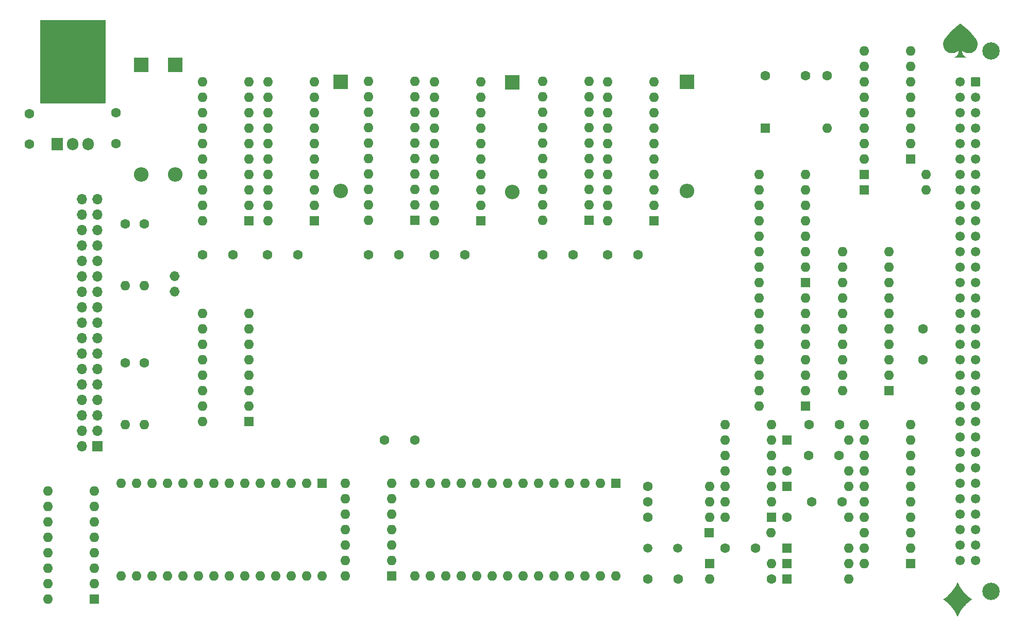
<source format=gbr>
%TF.GenerationSoftware,KiCad,Pcbnew,8.0.6+1*%
%TF.CreationDate,2024-11-11T13:47:47+01:00*%
%TF.ProjectId,ql_trump_v2_disk_interface,716c5f74-7275-46d7-905f-76325f646973,01*%
%TF.SameCoordinates,Original*%
%TF.FileFunction,Soldermask,Top*%
%TF.FilePolarity,Negative*%
%FSLAX46Y46*%
G04 Gerber Fmt 4.6, Leading zero omitted, Abs format (unit mm)*
G04 Created by KiCad (PCBNEW 8.0.6+1) date 2024-11-11 13:47:47*
%MOMM*%
%LPD*%
G01*
G04 APERTURE LIST*
G04 Aperture macros list*
%AMRoundRect*
0 Rectangle with rounded corners*
0 $1 Rounding radius*
0 $2 $3 $4 $5 $6 $7 $8 $9 X,Y pos of 4 corners*
0 Add a 4 corners polygon primitive as box body*
4,1,4,$2,$3,$4,$5,$6,$7,$8,$9,$2,$3,0*
0 Add four circle primitives for the rounded corners*
1,1,$1+$1,$2,$3*
1,1,$1+$1,$4,$5*
1,1,$1+$1,$6,$7*
1,1,$1+$1,$8,$9*
0 Add four rect primitives between the rounded corners*
20,1,$1+$1,$2,$3,$4,$5,0*
20,1,$1+$1,$4,$5,$6,$7,0*
20,1,$1+$1,$6,$7,$8,$9,0*
20,1,$1+$1,$8,$9,$2,$3,0*%
G04 Aperture macros list end*
%ADD10C,0.010000*%
%ADD11C,0.812000*%
%ADD12O,3.500000X3.500000*%
%ADD13R,1.905000X2.000000*%
%ADD14O,1.905000X2.000000*%
%ADD15R,1.600000X1.600000*%
%ADD16O,1.600000X1.600000*%
%ADD17C,1.600000*%
%ADD18R,2.400000X2.400000*%
%ADD19O,2.400000X2.400000*%
%ADD20C,2.850000*%
%ADD21RoundRect,0.249999X-0.525001X0.525001X-0.525001X-0.525001X0.525001X-0.525001X0.525001X0.525001X0*%
%ADD22C,1.550000*%
%ADD23C,1.500000*%
%ADD24R,1.700000X1.700000*%
%ADD25O,1.700000X1.700000*%
G04 APERTURE END LIST*
D10*
X193365160Y-136864966D02*
X193365363Y-136865210D01*
X193365566Y-136865463D01*
X193365768Y-136865723D01*
X193366174Y-136866259D01*
X193366580Y-136866807D01*
X193368907Y-136874136D01*
X193372086Y-136882527D01*
X193376170Y-136892182D01*
X193381212Y-136903306D01*
X193394383Y-136930768D01*
X193412027Y-136966538D01*
X193463770Y-137069922D01*
X193535455Y-137208314D01*
X193578526Y-137288488D01*
X193626281Y-137374835D01*
X193678621Y-137466494D01*
X193735446Y-137562607D01*
X193796683Y-137662352D01*
X193862355Y-137765292D01*
X193932503Y-137871003D01*
X194007167Y-137979066D01*
X194086390Y-138089056D01*
X194170211Y-138200553D01*
X194258671Y-138313134D01*
X194351813Y-138426377D01*
X194449416Y-138539719D01*
X194550247Y-138652054D01*
X194652824Y-138762147D01*
X194755667Y-138868760D01*
X194857295Y-138970658D01*
X194956226Y-139066605D01*
X195050980Y-139155366D01*
X195140075Y-139235703D01*
X195182058Y-139272342D01*
X195222248Y-139306641D01*
X195260645Y-139338681D01*
X195297249Y-139368540D01*
X195332063Y-139396297D01*
X195365086Y-139422031D01*
X195425765Y-139467744D01*
X195479291Y-139506309D01*
X195525672Y-139538359D01*
X195564914Y-139564524D01*
X195597023Y-139585435D01*
X195617771Y-139598734D01*
X195626804Y-139604384D01*
X195635135Y-139609437D01*
X195642909Y-139613946D01*
X195650270Y-139617964D01*
X195657362Y-139621545D01*
X195660852Y-139623188D01*
X195664329Y-139624741D01*
X195657363Y-139627902D01*
X195650271Y-139631466D01*
X195642911Y-139635483D01*
X195635137Y-139640000D01*
X195626805Y-139645066D01*
X195617772Y-139650731D01*
X195597023Y-139664048D01*
X195525673Y-139711108D01*
X195479292Y-139743147D01*
X195425765Y-139781708D01*
X195365087Y-139827428D01*
X195297250Y-139880942D01*
X195222248Y-139942888D01*
X195140075Y-140013901D01*
X195050980Y-140094234D01*
X194956226Y-140182980D01*
X194857295Y-140278908D01*
X194755667Y-140380784D01*
X194652824Y-140487374D01*
X194550247Y-140597447D01*
X194449416Y-140709768D01*
X194351813Y-140823105D01*
X194258671Y-140936384D01*
X194170210Y-141048981D01*
X194086389Y-141160480D01*
X194007167Y-141270463D01*
X193932502Y-141378511D01*
X193862355Y-141484208D01*
X193796683Y-141587135D01*
X193735446Y-141686875D01*
X193678621Y-141782988D01*
X193626281Y-141874648D01*
X193578526Y-141960995D01*
X193535455Y-142041169D01*
X193497170Y-142114311D01*
X193463770Y-142179560D01*
X193412027Y-142282944D01*
X193394385Y-142318663D01*
X193387266Y-142333329D01*
X193381212Y-142346131D01*
X193376169Y-142357268D01*
X193372084Y-142366938D01*
X193370385Y-142371286D01*
X193368906Y-142375341D01*
X193367639Y-142379130D01*
X193366580Y-142382676D01*
X193364957Y-142384751D01*
X193363334Y-142382676D01*
X193360998Y-142375341D01*
X193357815Y-142366938D01*
X193353732Y-142357268D01*
X193348691Y-142346131D01*
X193335518Y-142318663D01*
X193317852Y-142282944D01*
X193266108Y-142179560D01*
X193194423Y-142041169D01*
X193151353Y-141960995D01*
X193103598Y-141874648D01*
X193051258Y-141782988D01*
X192994434Y-141686875D01*
X192933198Y-141587135D01*
X192867530Y-141484208D01*
X192797387Y-141378511D01*
X192722729Y-141270463D01*
X192643512Y-141160480D01*
X192559696Y-141048981D01*
X192471239Y-140936384D01*
X192378099Y-140823105D01*
X192280485Y-140709768D01*
X192179647Y-140597447D01*
X192077065Y-140487374D01*
X191974221Y-140380784D01*
X191872595Y-140278908D01*
X191773668Y-140182980D01*
X191678922Y-140094234D01*
X191589837Y-140013901D01*
X191547848Y-139977221D01*
X191507654Y-139942888D01*
X191469255Y-139910821D01*
X191432648Y-139880942D01*
X191397833Y-139853171D01*
X191364810Y-139827428D01*
X191304131Y-139781708D01*
X191250605Y-139743147D01*
X191204222Y-139711108D01*
X191164975Y-139684954D01*
X191132856Y-139664048D01*
X191112111Y-139650731D01*
X191103081Y-139645066D01*
X191094752Y-139640000D01*
X191086980Y-139635483D01*
X191079620Y-139631466D01*
X191076048Y-139629631D01*
X191072525Y-139627902D01*
X191069031Y-139626274D01*
X191065550Y-139624741D01*
X191072526Y-139621545D01*
X191079622Y-139617964D01*
X191086983Y-139613946D01*
X191094755Y-139609437D01*
X191103083Y-139604384D01*
X191112112Y-139598734D01*
X191132856Y-139585435D01*
X191204222Y-139538359D01*
X191250605Y-139506309D01*
X191304132Y-139467744D01*
X191364810Y-139422031D01*
X191432649Y-139368540D01*
X191507655Y-139306641D01*
X191589837Y-139235703D01*
X191678922Y-139155366D01*
X191773668Y-139066605D01*
X191872595Y-138970658D01*
X191974221Y-138868760D01*
X192077065Y-138762147D01*
X192179647Y-138652054D01*
X192280485Y-138539719D01*
X192378099Y-138426377D01*
X192471239Y-138313134D01*
X192559696Y-138200553D01*
X192643512Y-138089056D01*
X192722728Y-137979066D01*
X192797387Y-137871003D01*
X192867530Y-137765292D01*
X192933198Y-137662352D01*
X192994434Y-137562607D01*
X193051258Y-137466494D01*
X193103598Y-137374835D01*
X193151353Y-137288488D01*
X193194423Y-137208314D01*
X193232708Y-137135172D01*
X193266108Y-137069922D01*
X193317852Y-136966538D01*
X193335522Y-136930768D01*
X193342644Y-136916100D01*
X193348698Y-136903306D01*
X193353738Y-136892182D01*
X193357821Y-136882527D01*
X193359521Y-136878186D01*
X193361001Y-136874136D01*
X193362270Y-136870351D01*
X193363334Y-136866807D01*
X193363740Y-136866259D01*
X193364145Y-136865723D01*
X193364348Y-136865463D01*
X193364551Y-136865210D01*
X193364754Y-136864966D01*
X193364957Y-136864731D01*
X193365160Y-136864966D01*
G36*
X193365160Y-136864966D02*
G01*
X193365363Y-136865210D01*
X193365566Y-136865463D01*
X193365768Y-136865723D01*
X193366174Y-136866259D01*
X193366580Y-136866807D01*
X193368907Y-136874136D01*
X193372086Y-136882527D01*
X193376170Y-136892182D01*
X193381212Y-136903306D01*
X193394383Y-136930768D01*
X193412027Y-136966538D01*
X193463770Y-137069922D01*
X193535455Y-137208314D01*
X193578526Y-137288488D01*
X193626281Y-137374835D01*
X193678621Y-137466494D01*
X193735446Y-137562607D01*
X193796683Y-137662352D01*
X193862355Y-137765292D01*
X193932503Y-137871003D01*
X194007167Y-137979066D01*
X194086390Y-138089056D01*
X194170211Y-138200553D01*
X194258671Y-138313134D01*
X194351813Y-138426377D01*
X194449416Y-138539719D01*
X194550247Y-138652054D01*
X194652824Y-138762147D01*
X194755667Y-138868760D01*
X194857295Y-138970658D01*
X194956226Y-139066605D01*
X195050980Y-139155366D01*
X195140075Y-139235703D01*
X195182058Y-139272342D01*
X195222248Y-139306641D01*
X195260645Y-139338681D01*
X195297249Y-139368540D01*
X195332063Y-139396297D01*
X195365086Y-139422031D01*
X195425765Y-139467744D01*
X195479291Y-139506309D01*
X195525672Y-139538359D01*
X195564914Y-139564524D01*
X195597023Y-139585435D01*
X195617771Y-139598734D01*
X195626804Y-139604384D01*
X195635135Y-139609437D01*
X195642909Y-139613946D01*
X195650270Y-139617964D01*
X195657362Y-139621545D01*
X195660852Y-139623188D01*
X195664329Y-139624741D01*
X195657363Y-139627902D01*
X195650271Y-139631466D01*
X195642911Y-139635483D01*
X195635137Y-139640000D01*
X195626805Y-139645066D01*
X195617772Y-139650731D01*
X195597023Y-139664048D01*
X195525673Y-139711108D01*
X195479292Y-139743147D01*
X195425765Y-139781708D01*
X195365087Y-139827428D01*
X195297250Y-139880942D01*
X195222248Y-139942888D01*
X195140075Y-140013901D01*
X195050980Y-140094234D01*
X194956226Y-140182980D01*
X194857295Y-140278908D01*
X194755667Y-140380784D01*
X194652824Y-140487374D01*
X194550247Y-140597447D01*
X194449416Y-140709768D01*
X194351813Y-140823105D01*
X194258671Y-140936384D01*
X194170210Y-141048981D01*
X194086389Y-141160480D01*
X194007167Y-141270463D01*
X193932502Y-141378511D01*
X193862355Y-141484208D01*
X193796683Y-141587135D01*
X193735446Y-141686875D01*
X193678621Y-141782988D01*
X193626281Y-141874648D01*
X193578526Y-141960995D01*
X193535455Y-142041169D01*
X193497170Y-142114311D01*
X193463770Y-142179560D01*
X193412027Y-142282944D01*
X193394385Y-142318663D01*
X193387266Y-142333329D01*
X193381212Y-142346131D01*
X193376169Y-142357268D01*
X193372084Y-142366938D01*
X193370385Y-142371286D01*
X193368906Y-142375341D01*
X193367639Y-142379130D01*
X193366580Y-142382676D01*
X193364957Y-142384751D01*
X193363334Y-142382676D01*
X193360998Y-142375341D01*
X193357815Y-142366938D01*
X193353732Y-142357268D01*
X193348691Y-142346131D01*
X193335518Y-142318663D01*
X193317852Y-142282944D01*
X193266108Y-142179560D01*
X193194423Y-142041169D01*
X193151353Y-141960995D01*
X193103598Y-141874648D01*
X193051258Y-141782988D01*
X192994434Y-141686875D01*
X192933198Y-141587135D01*
X192867530Y-141484208D01*
X192797387Y-141378511D01*
X192722729Y-141270463D01*
X192643512Y-141160480D01*
X192559696Y-141048981D01*
X192471239Y-140936384D01*
X192378099Y-140823105D01*
X192280485Y-140709768D01*
X192179647Y-140597447D01*
X192077065Y-140487374D01*
X191974221Y-140380784D01*
X191872595Y-140278908D01*
X191773668Y-140182980D01*
X191678922Y-140094234D01*
X191589837Y-140013901D01*
X191547848Y-139977221D01*
X191507654Y-139942888D01*
X191469255Y-139910821D01*
X191432648Y-139880942D01*
X191397833Y-139853171D01*
X191364810Y-139827428D01*
X191304131Y-139781708D01*
X191250605Y-139743147D01*
X191204222Y-139711108D01*
X191164975Y-139684954D01*
X191132856Y-139664048D01*
X191112111Y-139650731D01*
X191103081Y-139645066D01*
X191094752Y-139640000D01*
X191086980Y-139635483D01*
X191079620Y-139631466D01*
X191076048Y-139629631D01*
X191072525Y-139627902D01*
X191069031Y-139626274D01*
X191065550Y-139624741D01*
X191072526Y-139621545D01*
X191079622Y-139617964D01*
X191086983Y-139613946D01*
X191094755Y-139609437D01*
X191103083Y-139604384D01*
X191112112Y-139598734D01*
X191132856Y-139585435D01*
X191204222Y-139538359D01*
X191250605Y-139506309D01*
X191304132Y-139467744D01*
X191364810Y-139422031D01*
X191432649Y-139368540D01*
X191507655Y-139306641D01*
X191589837Y-139235703D01*
X191678922Y-139155366D01*
X191773668Y-139066605D01*
X191872595Y-138970658D01*
X191974221Y-138868760D01*
X192077065Y-138762147D01*
X192179647Y-138652054D01*
X192280485Y-138539719D01*
X192378099Y-138426377D01*
X192471239Y-138313134D01*
X192559696Y-138200553D01*
X192643512Y-138089056D01*
X192722728Y-137979066D01*
X192797387Y-137871003D01*
X192867530Y-137765292D01*
X192933198Y-137662352D01*
X192994434Y-137562607D01*
X193051258Y-137466494D01*
X193103598Y-137374835D01*
X193151353Y-137288488D01*
X193194423Y-137208314D01*
X193232708Y-137135172D01*
X193266108Y-137069922D01*
X193317852Y-136966538D01*
X193335522Y-136930768D01*
X193342644Y-136916100D01*
X193348698Y-136903306D01*
X193353738Y-136892182D01*
X193357821Y-136882527D01*
X193359521Y-136878186D01*
X193361001Y-136874136D01*
X193362270Y-136870351D01*
X193363334Y-136866807D01*
X193363740Y-136866259D01*
X193364145Y-136865723D01*
X193364348Y-136865463D01*
X193364551Y-136865210D01*
X193364754Y-136864966D01*
X193364957Y-136864731D01*
X193365160Y-136864966D01*
G37*
D11*
X65176000Y-89027000D02*
G75*
G02*
X64364000Y-89027000I-406000J0D01*
G01*
X64364000Y-89027000D02*
G75*
G02*
X65176000Y-89027000I406000J0D01*
G01*
D10*
X194041864Y-45110732D02*
X194265583Y-45294922D01*
X194495796Y-45489619D01*
X194614355Y-45592534D01*
X194735757Y-45700028D01*
X194860111Y-45812524D01*
X194986266Y-45928935D01*
X195112779Y-46047923D01*
X195238207Y-46168152D01*
X195361109Y-46288284D01*
X195480039Y-46406981D01*
X195593557Y-46522906D01*
X195700219Y-46634720D01*
X195798887Y-46741421D01*
X195889659Y-46843035D01*
X195972941Y-46939915D01*
X196049139Y-47032410D01*
X196118658Y-47120871D01*
X196181904Y-47205649D01*
X196239284Y-47287093D01*
X196291202Y-47365555D01*
X196315232Y-47403770D01*
X196338033Y-47441341D01*
X196359640Y-47478293D01*
X196380086Y-47514649D01*
X196399406Y-47550433D01*
X196417635Y-47585668D01*
X196434806Y-47620378D01*
X196450954Y-47654587D01*
X196466113Y-47688318D01*
X196480318Y-47721595D01*
X196506000Y-47786881D01*
X196528274Y-47850633D01*
X196547415Y-47913041D01*
X196563646Y-47974373D01*
X196570682Y-48004742D01*
X196576994Y-48034991D01*
X196582580Y-48065178D01*
X196587437Y-48095360D01*
X196591563Y-48125597D01*
X196594954Y-48155945D01*
X196597609Y-48186464D01*
X196599524Y-48217212D01*
X196600697Y-48248245D01*
X196601125Y-48279624D01*
X196600805Y-48311405D01*
X196599736Y-48343646D01*
X196597913Y-48376407D01*
X196595335Y-48409745D01*
X196587859Y-48478226D01*
X196577120Y-48548762D01*
X196570453Y-48584649D01*
X196562884Y-48620869D01*
X196554382Y-48657360D01*
X196544920Y-48694062D01*
X196534467Y-48730914D01*
X196522995Y-48767855D01*
X196510475Y-48804826D01*
X196496878Y-48841765D01*
X196482175Y-48878612D01*
X196466336Y-48915305D01*
X196449333Y-48951786D01*
X196431137Y-48987992D01*
X196411732Y-49023819D01*
X196391153Y-49059258D01*
X196369446Y-49094249D01*
X196346658Y-49128737D01*
X196322832Y-49162663D01*
X196298016Y-49195970D01*
X196272255Y-49228601D01*
X196245594Y-49260499D01*
X196218079Y-49291605D01*
X196189756Y-49321863D01*
X196160670Y-49351214D01*
X196130868Y-49379603D01*
X196100394Y-49406971D01*
X196069295Y-49433261D01*
X196037616Y-49458415D01*
X196005403Y-49482377D01*
X195972691Y-49505078D01*
X195939508Y-49526552D01*
X195905869Y-49546819D01*
X195871787Y-49565903D01*
X195837278Y-49583826D01*
X195802355Y-49600608D01*
X195767034Y-49616274D01*
X195731328Y-49630845D01*
X195695252Y-49644342D01*
X195658820Y-49656789D01*
X195622047Y-49668208D01*
X195584947Y-49678620D01*
X195547534Y-49688048D01*
X195509824Y-49696514D01*
X195471829Y-49704040D01*
X195433566Y-49710648D01*
X195395042Y-49716376D01*
X195356284Y-49721182D01*
X195317311Y-49725040D01*
X195278142Y-49727923D01*
X195238795Y-49729806D01*
X195199290Y-49730662D01*
X195159647Y-49730464D01*
X195119883Y-49729188D01*
X195080019Y-49726805D01*
X195040072Y-49723290D01*
X195000063Y-49718617D01*
X194960011Y-49712760D01*
X194919933Y-49705691D01*
X194879851Y-49697385D01*
X194839782Y-49687816D01*
X194799745Y-49676957D01*
X194759768Y-49664771D01*
X194719911Y-49651306D01*
X194680243Y-49636594D01*
X194640830Y-49620665D01*
X194601740Y-49603551D01*
X194563042Y-49585283D01*
X194524802Y-49565893D01*
X194487090Y-49545411D01*
X194449971Y-49523869D01*
X194413515Y-49501298D01*
X194377789Y-49477730D01*
X194342860Y-49453196D01*
X194308797Y-49427727D01*
X194275667Y-49401355D01*
X194243538Y-49374110D01*
X194212478Y-49346024D01*
X194190237Y-49324763D01*
X194168608Y-49303105D01*
X194147559Y-49281063D01*
X194127058Y-49258652D01*
X194107070Y-49235887D01*
X194087565Y-49212781D01*
X194068509Y-49189348D01*
X194049869Y-49165604D01*
X194054078Y-49250763D01*
X194058592Y-49331620D01*
X194063777Y-49408814D01*
X194069999Y-49482987D01*
X194074640Y-49529050D01*
X194079946Y-49574751D01*
X194086015Y-49619923D01*
X194092946Y-49664399D01*
X194100837Y-49708010D01*
X194109787Y-49750590D01*
X194119895Y-49791971D01*
X194131258Y-49831986D01*
X194137441Y-49851415D01*
X194143975Y-49870489D01*
X194150871Y-49889234D01*
X194158142Y-49907675D01*
X194165801Y-49925838D01*
X194173859Y-49943748D01*
X194182329Y-49961431D01*
X194191224Y-49978913D01*
X194200556Y-49996218D01*
X194210336Y-50013374D01*
X194220578Y-50030404D01*
X194231294Y-50047335D01*
X194242497Y-50064193D01*
X194254197Y-50081002D01*
X194266409Y-50097789D01*
X194279144Y-50114579D01*
X194292411Y-50131407D01*
X194306168Y-50148220D01*
X194320373Y-50164973D01*
X194334983Y-50181626D01*
X194349956Y-50198136D01*
X194365249Y-50214460D01*
X194380819Y-50230557D01*
X194396625Y-50246384D01*
X194412622Y-50261900D01*
X194428769Y-50277061D01*
X194445024Y-50291826D01*
X194461342Y-50306153D01*
X194477683Y-50319999D01*
X194494002Y-50333322D01*
X194510259Y-50346080D01*
X194526409Y-50358231D01*
X194542409Y-50369743D01*
X194558210Y-50380623D01*
X194573763Y-50390885D01*
X194589021Y-50400544D01*
X194603933Y-50409613D01*
X194618452Y-50418107D01*
X194632529Y-50426040D01*
X194646114Y-50433426D01*
X194671617Y-50446618D01*
X194694572Y-50457795D01*
X194714589Y-50467072D01*
X194731278Y-50474564D01*
X194743841Y-50480404D01*
X194747843Y-50482761D01*
X194749856Y-50484774D01*
X194750005Y-50485660D01*
X194749524Y-50486468D01*
X194746494Y-50487866D01*
X194740414Y-50488991D01*
X194730930Y-50489869D01*
X194700334Y-50490973D01*
X194651878Y-50491370D01*
X194490079Y-50490799D01*
X193821383Y-50487992D01*
X193152680Y-50490799D01*
X193060029Y-50491248D01*
X193022698Y-50491362D01*
X192990891Y-50491370D01*
X192964255Y-50491248D01*
X192942437Y-50490973D01*
X192925084Y-50490521D01*
X192917971Y-50490222D01*
X192911842Y-50489869D01*
X192906652Y-50489460D01*
X192902357Y-50488991D01*
X192898913Y-50488461D01*
X192896276Y-50487866D01*
X192894402Y-50487202D01*
X192893737Y-50486844D01*
X192893246Y-50486468D01*
X192892924Y-50486073D01*
X192892765Y-50485660D01*
X192892763Y-50485227D01*
X192892914Y-50484774D01*
X192893210Y-50484302D01*
X192893648Y-50483809D01*
X192894925Y-50482761D01*
X192896699Y-50481627D01*
X192898927Y-50480404D01*
X192904566Y-50477679D01*
X192911488Y-50474564D01*
X192948189Y-50457795D01*
X192971142Y-50446618D01*
X192996643Y-50433426D01*
X193024304Y-50418107D01*
X193053736Y-50400544D01*
X193068994Y-50390885D01*
X193084548Y-50380623D01*
X193100351Y-50369743D01*
X193116352Y-50358231D01*
X193132503Y-50346080D01*
X193148761Y-50333322D01*
X193165081Y-50319999D01*
X193181423Y-50306153D01*
X193197742Y-50291826D01*
X193213997Y-50277061D01*
X193246142Y-50246384D01*
X193277517Y-50214460D01*
X193292809Y-50198136D01*
X193307781Y-50181626D01*
X193322389Y-50164973D01*
X193336592Y-50148220D01*
X193350346Y-50131407D01*
X193363609Y-50114579D01*
X193376346Y-50097789D01*
X193388560Y-50081002D01*
X193400263Y-50064193D01*
X193411467Y-50047335D01*
X193422184Y-50030404D01*
X193432428Y-50013374D01*
X193442210Y-49996218D01*
X193451542Y-49978913D01*
X193460437Y-49961431D01*
X193468908Y-49943748D01*
X193476967Y-49925838D01*
X193484626Y-49907675D01*
X193491897Y-49889234D01*
X193498793Y-49870489D01*
X193505326Y-49851415D01*
X193511509Y-49831986D01*
X193522873Y-49791971D01*
X193532980Y-49750590D01*
X193541931Y-49708010D01*
X193549822Y-49664399D01*
X193556753Y-49619923D01*
X193562822Y-49574751D01*
X193568127Y-49529050D01*
X193572766Y-49482987D01*
X193578984Y-49408814D01*
X193584163Y-49331620D01*
X193588675Y-49250763D01*
X193592895Y-49165604D01*
X193574250Y-49189313D01*
X193555187Y-49212729D01*
X193535676Y-49235833D01*
X193515683Y-49258606D01*
X193495176Y-49281031D01*
X193474122Y-49303088D01*
X193452489Y-49324758D01*
X193430245Y-49346024D01*
X193399182Y-49374110D01*
X193367051Y-49401355D01*
X193333918Y-49427727D01*
X193299852Y-49453196D01*
X193264920Y-49477730D01*
X193229190Y-49501298D01*
X193192730Y-49523869D01*
X193155608Y-49545411D01*
X193117892Y-49565893D01*
X193079649Y-49585283D01*
X193040948Y-49603551D01*
X193001856Y-49620665D01*
X192962441Y-49636594D01*
X192922771Y-49651306D01*
X192882913Y-49664771D01*
X192842937Y-49676957D01*
X192792884Y-49690315D01*
X192742788Y-49701674D01*
X192692686Y-49711085D01*
X192642615Y-49718598D01*
X192592613Y-49724263D01*
X192542717Y-49728129D01*
X192492964Y-49730247D01*
X192443392Y-49730668D01*
X192413752Y-49730143D01*
X192384200Y-49729033D01*
X192354745Y-49727348D01*
X192325392Y-49725098D01*
X192296151Y-49722293D01*
X192267027Y-49718943D01*
X192238029Y-49715058D01*
X192209164Y-49710648D01*
X192170898Y-49704040D01*
X192132900Y-49696514D01*
X192095186Y-49688048D01*
X192057768Y-49678620D01*
X192020664Y-49668208D01*
X191983886Y-49656789D01*
X191947449Y-49644342D01*
X191911368Y-49630845D01*
X191875658Y-49616274D01*
X191840333Y-49600608D01*
X191805407Y-49583826D01*
X191770896Y-49565903D01*
X191736813Y-49546819D01*
X191703174Y-49526552D01*
X191669993Y-49505078D01*
X191637284Y-49482377D01*
X191605068Y-49458415D01*
X191573387Y-49433261D01*
X191542286Y-49406971D01*
X191511810Y-49379603D01*
X191482006Y-49351214D01*
X191452919Y-49321863D01*
X191424595Y-49291605D01*
X191397079Y-49260499D01*
X191370418Y-49228601D01*
X191344656Y-49195970D01*
X191319840Y-49162663D01*
X191296016Y-49128737D01*
X191273228Y-49094249D01*
X191251523Y-49059258D01*
X191230946Y-49023819D01*
X191211543Y-48987992D01*
X191193348Y-48951786D01*
X191176346Y-48915305D01*
X191160508Y-48878612D01*
X191145804Y-48841765D01*
X191132206Y-48804826D01*
X191119684Y-48767855D01*
X191108211Y-48730914D01*
X191097758Y-48694062D01*
X191088294Y-48657360D01*
X191079792Y-48620869D01*
X191072223Y-48584649D01*
X191065557Y-48548762D01*
X191054821Y-48478226D01*
X191047354Y-48409745D01*
X191044778Y-48376407D01*
X191042959Y-48343646D01*
X191041894Y-48311405D01*
X191041579Y-48279624D01*
X191042013Y-48248245D01*
X191043191Y-48217212D01*
X191045112Y-48186464D01*
X191047772Y-48155945D01*
X191051168Y-48125597D01*
X191055298Y-48095360D01*
X191060158Y-48065178D01*
X191065745Y-48034991D01*
X191072058Y-48004742D01*
X191079092Y-47974373D01*
X191095313Y-47913041D01*
X191114449Y-47850633D01*
X191136715Y-47786881D01*
X191162388Y-47721595D01*
X191191742Y-47654587D01*
X191225053Y-47585668D01*
X191262596Y-47514649D01*
X191304647Y-47441341D01*
X191351481Y-47365555D01*
X191403394Y-47287093D01*
X191460770Y-47205649D01*
X191524014Y-47120871D01*
X191593532Y-47032410D01*
X191669729Y-46939915D01*
X191753011Y-46843035D01*
X191843783Y-46741421D01*
X191942452Y-46634720D01*
X192049116Y-46522906D01*
X192162640Y-46406981D01*
X192281580Y-46288284D01*
X192404492Y-46168152D01*
X192529930Y-46047923D01*
X192656450Y-45928935D01*
X192782608Y-45812524D01*
X192906959Y-45700028D01*
X193028367Y-45592534D01*
X193146933Y-45489619D01*
X193263063Y-45390632D01*
X193377162Y-45294922D01*
X193600894Y-45110732D01*
X193821375Y-44931840D01*
X193821390Y-44931840D01*
X194041864Y-45110732D01*
G36*
X194041864Y-45110732D02*
G01*
X194265583Y-45294922D01*
X194495796Y-45489619D01*
X194614355Y-45592534D01*
X194735757Y-45700028D01*
X194860111Y-45812524D01*
X194986266Y-45928935D01*
X195112779Y-46047923D01*
X195238207Y-46168152D01*
X195361109Y-46288284D01*
X195480039Y-46406981D01*
X195593557Y-46522906D01*
X195700219Y-46634720D01*
X195798887Y-46741421D01*
X195889659Y-46843035D01*
X195972941Y-46939915D01*
X196049139Y-47032410D01*
X196118658Y-47120871D01*
X196181904Y-47205649D01*
X196239284Y-47287093D01*
X196291202Y-47365555D01*
X196315232Y-47403770D01*
X196338033Y-47441341D01*
X196359640Y-47478293D01*
X196380086Y-47514649D01*
X196399406Y-47550433D01*
X196417635Y-47585668D01*
X196434806Y-47620378D01*
X196450954Y-47654587D01*
X196466113Y-47688318D01*
X196480318Y-47721595D01*
X196506000Y-47786881D01*
X196528274Y-47850633D01*
X196547415Y-47913041D01*
X196563646Y-47974373D01*
X196570682Y-48004742D01*
X196576994Y-48034991D01*
X196582580Y-48065178D01*
X196587437Y-48095360D01*
X196591563Y-48125597D01*
X196594954Y-48155945D01*
X196597609Y-48186464D01*
X196599524Y-48217212D01*
X196600697Y-48248245D01*
X196601125Y-48279624D01*
X196600805Y-48311405D01*
X196599736Y-48343646D01*
X196597913Y-48376407D01*
X196595335Y-48409745D01*
X196587859Y-48478226D01*
X196577120Y-48548762D01*
X196570453Y-48584649D01*
X196562884Y-48620869D01*
X196554382Y-48657360D01*
X196544920Y-48694062D01*
X196534467Y-48730914D01*
X196522995Y-48767855D01*
X196510475Y-48804826D01*
X196496878Y-48841765D01*
X196482175Y-48878612D01*
X196466336Y-48915305D01*
X196449333Y-48951786D01*
X196431137Y-48987992D01*
X196411732Y-49023819D01*
X196391153Y-49059258D01*
X196369446Y-49094249D01*
X196346658Y-49128737D01*
X196322832Y-49162663D01*
X196298016Y-49195970D01*
X196272255Y-49228601D01*
X196245594Y-49260499D01*
X196218079Y-49291605D01*
X196189756Y-49321863D01*
X196160670Y-49351214D01*
X196130868Y-49379603D01*
X196100394Y-49406971D01*
X196069295Y-49433261D01*
X196037616Y-49458415D01*
X196005403Y-49482377D01*
X195972691Y-49505078D01*
X195939508Y-49526552D01*
X195905869Y-49546819D01*
X195871787Y-49565903D01*
X195837278Y-49583826D01*
X195802355Y-49600608D01*
X195767034Y-49616274D01*
X195731328Y-49630845D01*
X195695252Y-49644342D01*
X195658820Y-49656789D01*
X195622047Y-49668208D01*
X195584947Y-49678620D01*
X195547534Y-49688048D01*
X195509824Y-49696514D01*
X195471829Y-49704040D01*
X195433566Y-49710648D01*
X195395042Y-49716376D01*
X195356284Y-49721182D01*
X195317311Y-49725040D01*
X195278142Y-49727923D01*
X195238795Y-49729806D01*
X195199290Y-49730662D01*
X195159647Y-49730464D01*
X195119883Y-49729188D01*
X195080019Y-49726805D01*
X195040072Y-49723290D01*
X195000063Y-49718617D01*
X194960011Y-49712760D01*
X194919933Y-49705691D01*
X194879851Y-49697385D01*
X194839782Y-49687816D01*
X194799745Y-49676957D01*
X194759768Y-49664771D01*
X194719911Y-49651306D01*
X194680243Y-49636594D01*
X194640830Y-49620665D01*
X194601740Y-49603551D01*
X194563042Y-49585283D01*
X194524802Y-49565893D01*
X194487090Y-49545411D01*
X194449971Y-49523869D01*
X194413515Y-49501298D01*
X194377789Y-49477730D01*
X194342860Y-49453196D01*
X194308797Y-49427727D01*
X194275667Y-49401355D01*
X194243538Y-49374110D01*
X194212478Y-49346024D01*
X194190237Y-49324763D01*
X194168608Y-49303105D01*
X194147559Y-49281063D01*
X194127058Y-49258652D01*
X194107070Y-49235887D01*
X194087565Y-49212781D01*
X194068509Y-49189348D01*
X194049869Y-49165604D01*
X194054078Y-49250763D01*
X194058592Y-49331620D01*
X194063777Y-49408814D01*
X194069999Y-49482987D01*
X194074640Y-49529050D01*
X194079946Y-49574751D01*
X194086015Y-49619923D01*
X194092946Y-49664399D01*
X194100837Y-49708010D01*
X194109787Y-49750590D01*
X194119895Y-49791971D01*
X194131258Y-49831986D01*
X194137441Y-49851415D01*
X194143975Y-49870489D01*
X194150871Y-49889234D01*
X194158142Y-49907675D01*
X194165801Y-49925838D01*
X194173859Y-49943748D01*
X194182329Y-49961431D01*
X194191224Y-49978913D01*
X194200556Y-49996218D01*
X194210336Y-50013374D01*
X194220578Y-50030404D01*
X194231294Y-50047335D01*
X194242497Y-50064193D01*
X194254197Y-50081002D01*
X194266409Y-50097789D01*
X194279144Y-50114579D01*
X194292411Y-50131407D01*
X194306168Y-50148220D01*
X194320373Y-50164973D01*
X194334983Y-50181626D01*
X194349956Y-50198136D01*
X194365249Y-50214460D01*
X194380819Y-50230557D01*
X194396625Y-50246384D01*
X194412622Y-50261900D01*
X194428769Y-50277061D01*
X194445024Y-50291826D01*
X194461342Y-50306153D01*
X194477683Y-50319999D01*
X194494002Y-50333322D01*
X194510259Y-50346080D01*
X194526409Y-50358231D01*
X194542409Y-50369743D01*
X194558210Y-50380623D01*
X194573763Y-50390885D01*
X194589021Y-50400544D01*
X194603933Y-50409613D01*
X194618452Y-50418107D01*
X194632529Y-50426040D01*
X194646114Y-50433426D01*
X194671617Y-50446618D01*
X194694572Y-50457795D01*
X194714589Y-50467072D01*
X194731278Y-50474564D01*
X194743841Y-50480404D01*
X194747843Y-50482761D01*
X194749856Y-50484774D01*
X194750005Y-50485660D01*
X194749524Y-50486468D01*
X194746494Y-50487866D01*
X194740414Y-50488991D01*
X194730930Y-50489869D01*
X194700334Y-50490973D01*
X194651878Y-50491370D01*
X194490079Y-50490799D01*
X193821383Y-50487992D01*
X193152680Y-50490799D01*
X193060029Y-50491248D01*
X193022698Y-50491362D01*
X192990891Y-50491370D01*
X192964255Y-50491248D01*
X192942437Y-50490973D01*
X192925084Y-50490521D01*
X192917971Y-50490222D01*
X192911842Y-50489869D01*
X192906652Y-50489460D01*
X192902357Y-50488991D01*
X192898913Y-50488461D01*
X192896276Y-50487866D01*
X192894402Y-50487202D01*
X192893737Y-50486844D01*
X192893246Y-50486468D01*
X192892924Y-50486073D01*
X192892765Y-50485660D01*
X192892763Y-50485227D01*
X192892914Y-50484774D01*
X192893210Y-50484302D01*
X192893648Y-50483809D01*
X192894925Y-50482761D01*
X192896699Y-50481627D01*
X192898927Y-50480404D01*
X192904566Y-50477679D01*
X192911488Y-50474564D01*
X192948189Y-50457795D01*
X192971142Y-50446618D01*
X192996643Y-50433426D01*
X193024304Y-50418107D01*
X193053736Y-50400544D01*
X193068994Y-50390885D01*
X193084548Y-50380623D01*
X193100351Y-50369743D01*
X193116352Y-50358231D01*
X193132503Y-50346080D01*
X193148761Y-50333322D01*
X193165081Y-50319999D01*
X193181423Y-50306153D01*
X193197742Y-50291826D01*
X193213997Y-50277061D01*
X193246142Y-50246384D01*
X193277517Y-50214460D01*
X193292809Y-50198136D01*
X193307781Y-50181626D01*
X193322389Y-50164973D01*
X193336592Y-50148220D01*
X193350346Y-50131407D01*
X193363609Y-50114579D01*
X193376346Y-50097789D01*
X193388560Y-50081002D01*
X193400263Y-50064193D01*
X193411467Y-50047335D01*
X193422184Y-50030404D01*
X193432428Y-50013374D01*
X193442210Y-49996218D01*
X193451542Y-49978913D01*
X193460437Y-49961431D01*
X193468908Y-49943748D01*
X193476967Y-49925838D01*
X193484626Y-49907675D01*
X193491897Y-49889234D01*
X193498793Y-49870489D01*
X193505326Y-49851415D01*
X193511509Y-49831986D01*
X193522873Y-49791971D01*
X193532980Y-49750590D01*
X193541931Y-49708010D01*
X193549822Y-49664399D01*
X193556753Y-49619923D01*
X193562822Y-49574751D01*
X193568127Y-49529050D01*
X193572766Y-49482987D01*
X193578984Y-49408814D01*
X193584163Y-49331620D01*
X193588675Y-49250763D01*
X193592895Y-49165604D01*
X193574250Y-49189313D01*
X193555187Y-49212729D01*
X193535676Y-49235833D01*
X193515683Y-49258606D01*
X193495176Y-49281031D01*
X193474122Y-49303088D01*
X193452489Y-49324758D01*
X193430245Y-49346024D01*
X193399182Y-49374110D01*
X193367051Y-49401355D01*
X193333918Y-49427727D01*
X193299852Y-49453196D01*
X193264920Y-49477730D01*
X193229190Y-49501298D01*
X193192730Y-49523869D01*
X193155608Y-49545411D01*
X193117892Y-49565893D01*
X193079649Y-49585283D01*
X193040948Y-49603551D01*
X193001856Y-49620665D01*
X192962441Y-49636594D01*
X192922771Y-49651306D01*
X192882913Y-49664771D01*
X192842937Y-49676957D01*
X192792884Y-49690315D01*
X192742788Y-49701674D01*
X192692686Y-49711085D01*
X192642615Y-49718598D01*
X192592613Y-49724263D01*
X192542717Y-49728129D01*
X192492964Y-49730247D01*
X192443392Y-49730668D01*
X192413752Y-49730143D01*
X192384200Y-49729033D01*
X192354745Y-49727348D01*
X192325392Y-49725098D01*
X192296151Y-49722293D01*
X192267027Y-49718943D01*
X192238029Y-49715058D01*
X192209164Y-49710648D01*
X192170898Y-49704040D01*
X192132900Y-49696514D01*
X192095186Y-49688048D01*
X192057768Y-49678620D01*
X192020664Y-49668208D01*
X191983886Y-49656789D01*
X191947449Y-49644342D01*
X191911368Y-49630845D01*
X191875658Y-49616274D01*
X191840333Y-49600608D01*
X191805407Y-49583826D01*
X191770896Y-49565903D01*
X191736813Y-49546819D01*
X191703174Y-49526552D01*
X191669993Y-49505078D01*
X191637284Y-49482377D01*
X191605068Y-49458415D01*
X191573387Y-49433261D01*
X191542286Y-49406971D01*
X191511810Y-49379603D01*
X191482006Y-49351214D01*
X191452919Y-49321863D01*
X191424595Y-49291605D01*
X191397079Y-49260499D01*
X191370418Y-49228601D01*
X191344656Y-49195970D01*
X191319840Y-49162663D01*
X191296016Y-49128737D01*
X191273228Y-49094249D01*
X191251523Y-49059258D01*
X191230946Y-49023819D01*
X191211543Y-48987992D01*
X191193348Y-48951786D01*
X191176346Y-48915305D01*
X191160508Y-48878612D01*
X191145804Y-48841765D01*
X191132206Y-48804826D01*
X191119684Y-48767855D01*
X191108211Y-48730914D01*
X191097758Y-48694062D01*
X191088294Y-48657360D01*
X191079792Y-48620869D01*
X191072223Y-48584649D01*
X191065557Y-48548762D01*
X191054821Y-48478226D01*
X191047354Y-48409745D01*
X191044778Y-48376407D01*
X191042959Y-48343646D01*
X191041894Y-48311405D01*
X191041579Y-48279624D01*
X191042013Y-48248245D01*
X191043191Y-48217212D01*
X191045112Y-48186464D01*
X191047772Y-48155945D01*
X191051168Y-48125597D01*
X191055298Y-48095360D01*
X191060158Y-48065178D01*
X191065745Y-48034991D01*
X191072058Y-48004742D01*
X191079092Y-47974373D01*
X191095313Y-47913041D01*
X191114449Y-47850633D01*
X191136715Y-47786881D01*
X191162388Y-47721595D01*
X191191742Y-47654587D01*
X191225053Y-47585668D01*
X191262596Y-47514649D01*
X191304647Y-47441341D01*
X191351481Y-47365555D01*
X191403394Y-47287093D01*
X191460770Y-47205649D01*
X191524014Y-47120871D01*
X191593532Y-47032410D01*
X191669729Y-46939915D01*
X191753011Y-46843035D01*
X191843783Y-46741421D01*
X191942452Y-46634720D01*
X192049116Y-46522906D01*
X192162640Y-46406981D01*
X192281580Y-46288284D01*
X192404492Y-46168152D01*
X192529930Y-46047923D01*
X192656450Y-45928935D01*
X192782608Y-45812524D01*
X192906959Y-45700028D01*
X193028367Y-45592534D01*
X193146933Y-45489619D01*
X193263063Y-45390632D01*
X193377162Y-45294922D01*
X193600894Y-45110732D01*
X193821375Y-44931840D01*
X193821390Y-44931840D01*
X194041864Y-45110732D01*
G37*
D11*
X65176000Y-86487000D02*
G75*
G02*
X64364000Y-86487000I-406000J0D01*
G01*
X64364000Y-86487000D02*
G75*
G02*
X65176000Y-86487000I406000J0D01*
G01*
D12*
%TO.C,U18*%
X48006000Y-48133000D03*
D13*
X45466000Y-64793000D03*
D14*
X48006000Y-64793000D03*
X50546000Y-64793000D03*
%TD*%
D15*
%TO.C,U6*%
X168402000Y-87503000D03*
D16*
X168402000Y-84963000D03*
X168402000Y-82423000D03*
X168402000Y-79883000D03*
X168402000Y-77343000D03*
X168402000Y-74803000D03*
X168402000Y-72263000D03*
X168402000Y-69723000D03*
X160782000Y-69723000D03*
X160782000Y-72263000D03*
X160782000Y-74803000D03*
X160782000Y-77343000D03*
X160782000Y-79883000D03*
X160782000Y-82423000D03*
X160782000Y-84963000D03*
X160782000Y-87503000D03*
%TD*%
D17*
%TO.C,C3*%
X173910000Y-115951000D03*
X168910000Y-115951000D03*
%TD*%
%TO.C,C15*%
X40894000Y-59793000D03*
X40894000Y-64793000D03*
%TD*%
D18*
%TO.C,C25*%
X148982500Y-54483000D03*
D19*
X148982500Y-72483000D03*
%TD*%
D15*
%TO.C,U10*%
X104257000Y-77338000D03*
D16*
X104257000Y-74798000D03*
X104257000Y-72258000D03*
X104257000Y-69718000D03*
X104257000Y-67178000D03*
X104257000Y-64638000D03*
X104257000Y-62098000D03*
X104257000Y-59558000D03*
X104257000Y-57018000D03*
X104257000Y-54478000D03*
X96637000Y-54478000D03*
X96637000Y-57018000D03*
X96637000Y-59558000D03*
X96637000Y-62098000D03*
X96637000Y-64638000D03*
X96637000Y-67178000D03*
X96637000Y-69718000D03*
X96637000Y-72258000D03*
X96637000Y-74798000D03*
X96637000Y-77338000D03*
%TD*%
D17*
%TO.C,R4*%
X142494000Y-121031000D03*
D16*
X152654000Y-121031000D03*
%TD*%
D15*
%TO.C,U2*%
X182118000Y-105283000D03*
D16*
X182118000Y-102743000D03*
X182118000Y-100203000D03*
X182118000Y-97663000D03*
X182118000Y-95123000D03*
X182118000Y-92583000D03*
X182118000Y-90043000D03*
X182118000Y-87503000D03*
X182118000Y-84963000D03*
X182118000Y-82423000D03*
X174498000Y-82423000D03*
X174498000Y-84963000D03*
X174498000Y-87503000D03*
X174498000Y-90043000D03*
X174498000Y-92583000D03*
X174498000Y-95123000D03*
X174498000Y-97663000D03*
X174498000Y-100203000D03*
X174498000Y-102743000D03*
X174498000Y-105283000D03*
%TD*%
D15*
%TO.C,U7*%
X143510000Y-77343000D03*
D16*
X143510000Y-74803000D03*
X143510000Y-72263000D03*
X143510000Y-69723000D03*
X143510000Y-67183000D03*
X143510000Y-64643000D03*
X143510000Y-62103000D03*
X143510000Y-59563000D03*
X143510000Y-57023000D03*
X143510000Y-54483000D03*
X135890000Y-54483000D03*
X135890000Y-57023000D03*
X135890000Y-59563000D03*
X135890000Y-62103000D03*
X135890000Y-64643000D03*
X135890000Y-67183000D03*
X135890000Y-69723000D03*
X135890000Y-72263000D03*
X135890000Y-74803000D03*
X135890000Y-77343000D03*
%TD*%
D15*
%TO.C,U14*%
X137287000Y-120523000D03*
D16*
X134747000Y-120523000D03*
X132207000Y-120523000D03*
X129667000Y-120523000D03*
X127127000Y-120523000D03*
X124587000Y-120523000D03*
X122047000Y-120523000D03*
X119507000Y-120523000D03*
X116967000Y-120523000D03*
X114427000Y-120523000D03*
X111887000Y-120523000D03*
X109347000Y-120523000D03*
X106807000Y-120523000D03*
X104267000Y-120523000D03*
X104267000Y-135763000D03*
X106807000Y-135763000D03*
X109347000Y-135763000D03*
X111887000Y-135763000D03*
X114427000Y-135763000D03*
X116967000Y-135763000D03*
X119507000Y-135763000D03*
X122047000Y-135763000D03*
X124587000Y-135763000D03*
X127127000Y-135763000D03*
X129667000Y-135763000D03*
X132207000Y-135763000D03*
X134747000Y-135763000D03*
X137287000Y-135763000D03*
%TD*%
D15*
%TO.C,D8*%
X165354000Y-136271000D03*
D16*
X175514000Y-136271000D03*
%TD*%
D20*
%TO.C,J1*%
X198882000Y-49403000D03*
X198882000Y-138303000D03*
D21*
X196342000Y-54483000D03*
D22*
X196342000Y-57023000D03*
X196342000Y-59563000D03*
X196342000Y-62103000D03*
X196342000Y-64643000D03*
X196342000Y-67183000D03*
X196342000Y-69723000D03*
X196342000Y-72263000D03*
X196342000Y-74803000D03*
X196342000Y-77343000D03*
X196342000Y-79883000D03*
X196342000Y-82423000D03*
X196342000Y-84963000D03*
X196342000Y-87503000D03*
X196342000Y-90043000D03*
X196342000Y-92583000D03*
X196342000Y-95123000D03*
X196342000Y-97663000D03*
X196342000Y-100203000D03*
X196342000Y-102743000D03*
X196342000Y-105283000D03*
X196342000Y-107823000D03*
X196342000Y-110363000D03*
X196342000Y-112903000D03*
X196342000Y-115443000D03*
X196342000Y-117983000D03*
X196342000Y-120523000D03*
X196342000Y-123063000D03*
X196342000Y-125603000D03*
X196342000Y-128143000D03*
X196342000Y-130683000D03*
X196342000Y-133223000D03*
X193802000Y-54483000D03*
X193802000Y-57023000D03*
X193802000Y-59563000D03*
X193802000Y-62103000D03*
X193802000Y-64643000D03*
X193802000Y-67183000D03*
X193802000Y-69723000D03*
X193802000Y-72263000D03*
X193802000Y-74803000D03*
X193802000Y-77343000D03*
X193802000Y-79883000D03*
X193802000Y-82423000D03*
X193802000Y-84963000D03*
X193802000Y-87503000D03*
X193802000Y-90043000D03*
X193802000Y-92583000D03*
X193802000Y-95123000D03*
X193802000Y-97663000D03*
X193802000Y-100203000D03*
X193802000Y-102743000D03*
X193802000Y-105283000D03*
X193802000Y-107823000D03*
X193802000Y-110363000D03*
X193802000Y-112903000D03*
X193802000Y-115443000D03*
X193802000Y-117983000D03*
X193802000Y-120523000D03*
X193802000Y-123063000D03*
X193802000Y-125603000D03*
X193802000Y-128143000D03*
X193802000Y-130683000D03*
X193802000Y-133223000D03*
%TD*%
D23*
%TO.C,Y1*%
X142494000Y-131191000D03*
X147394000Y-131191000D03*
%TD*%
D15*
%TO.C,D10*%
X152654000Y-133731000D03*
D16*
X162814000Y-133731000D03*
%TD*%
D24*
%TO.C,J2*%
X52070000Y-114427000D03*
D25*
X49530000Y-114427000D03*
X52070000Y-111887000D03*
X49530000Y-111887000D03*
X52070000Y-109347000D03*
X49530000Y-109347000D03*
X52070000Y-106807000D03*
X49530000Y-106807000D03*
X52070000Y-104267000D03*
X49530000Y-104267000D03*
X52070000Y-101727000D03*
X49530000Y-101727000D03*
X52070000Y-99187000D03*
X49530000Y-99187000D03*
X52070000Y-96647000D03*
X49530000Y-96647000D03*
X52070000Y-94107000D03*
X49530000Y-94107000D03*
X52070000Y-91567000D03*
X49530000Y-91567000D03*
X52070000Y-89027000D03*
X49530000Y-89027000D03*
X52070000Y-86487000D03*
X49530000Y-86487000D03*
X52070000Y-83947000D03*
X49530000Y-83947000D03*
X52070000Y-81407000D03*
X49530000Y-81407000D03*
X52070000Y-78867000D03*
X49530000Y-78867000D03*
X52070000Y-76327000D03*
X49530000Y-76327000D03*
X52070000Y-73787000D03*
X49530000Y-73787000D03*
%TD*%
D17*
%TO.C,J3*%
X168402000Y-53467000D03*
%TD*%
%TO.C,R3*%
X162814000Y-136271000D03*
D16*
X152654000Y-136271000D03*
%TD*%
D17*
%TO.C,C13*%
X55118000Y-59643000D03*
X55118000Y-64643000D03*
%TD*%
%TO.C,C20*%
X101647000Y-82931000D03*
X96647000Y-82931000D03*
%TD*%
D15*
%TO.C,U13*%
X89027000Y-120523000D03*
D16*
X86487000Y-120523000D03*
X83947000Y-120523000D03*
X81407000Y-120523000D03*
X78867000Y-120523000D03*
X76327000Y-120523000D03*
X73787000Y-120523000D03*
X71247000Y-120523000D03*
X68707000Y-120523000D03*
X66167000Y-120523000D03*
X63627000Y-120523000D03*
X61087000Y-120523000D03*
X58547000Y-120523000D03*
X56007000Y-120523000D03*
X56007000Y-135763000D03*
X58547000Y-135763000D03*
X61087000Y-135763000D03*
X63627000Y-135763000D03*
X66167000Y-135763000D03*
X68707000Y-135763000D03*
X71247000Y-135763000D03*
X73787000Y-135763000D03*
X76327000Y-135763000D03*
X78867000Y-135763000D03*
X81407000Y-135763000D03*
X83947000Y-135763000D03*
X86487000Y-135763000D03*
X89027000Y-135763000D03*
%TD*%
D17*
%TO.C,C17*%
X140890000Y-82931000D03*
X135890000Y-82931000D03*
%TD*%
%TO.C,C12*%
X99227000Y-113411000D03*
X104227000Y-113411000D03*
%TD*%
%TO.C,J5*%
X161798000Y-53467000D03*
%TD*%
D15*
%TO.C,D2*%
X178054000Y-69723000D03*
D16*
X188214000Y-69723000D03*
%TD*%
D17*
%TO.C,R6*%
X142494000Y-126111000D03*
D16*
X152654000Y-126111000D03*
%TD*%
D18*
%TO.C,C16*%
X64885500Y-51723000D03*
D19*
X64885500Y-69723000D03*
%TD*%
D17*
%TO.C,J4*%
X171958000Y-53467000D03*
%TD*%
D15*
%TO.C,U1*%
X185674000Y-133731000D03*
D16*
X185674000Y-131191000D03*
X185674000Y-128651000D03*
X185674000Y-126111000D03*
X185674000Y-123571000D03*
X185674000Y-121031000D03*
X185674000Y-118491000D03*
X185674000Y-115951000D03*
X185674000Y-113411000D03*
X185674000Y-110871000D03*
X178054000Y-110871000D03*
X178054000Y-113411000D03*
X178054000Y-115951000D03*
X178054000Y-118491000D03*
X178054000Y-121031000D03*
X178054000Y-123571000D03*
X178054000Y-126111000D03*
X178054000Y-128651000D03*
X178054000Y-131191000D03*
X178054000Y-133731000D03*
%TD*%
D15*
%TO.C,U8*%
X132842000Y-77338000D03*
D16*
X132842000Y-74798000D03*
X132842000Y-72258000D03*
X132842000Y-69718000D03*
X132842000Y-67178000D03*
X132842000Y-64638000D03*
X132842000Y-62098000D03*
X132842000Y-59558000D03*
X132842000Y-57018000D03*
X132842000Y-54478000D03*
X125222000Y-54478000D03*
X125222000Y-57018000D03*
X125222000Y-59558000D03*
X125222000Y-62098000D03*
X125222000Y-64638000D03*
X125222000Y-67178000D03*
X125222000Y-69718000D03*
X125222000Y-72258000D03*
X125222000Y-74798000D03*
X125222000Y-77338000D03*
%TD*%
D15*
%TO.C,D1*%
X161798000Y-62103000D03*
D16*
X171958000Y-62103000D03*
%TD*%
D17*
%TO.C,C21*%
X80010000Y-82931000D03*
X85010000Y-82931000D03*
%TD*%
D15*
%TO.C,D7*%
X165354000Y-133731000D03*
D16*
X175514000Y-133731000D03*
%TD*%
D18*
%TO.C,C23*%
X92086500Y-54483000D03*
D19*
X92086500Y-72483000D03*
%TD*%
D15*
%TO.C,U16*%
X76962000Y-110363000D03*
D16*
X76962000Y-107823000D03*
X76962000Y-105283000D03*
X76962000Y-102743000D03*
X76962000Y-100203000D03*
X76962000Y-97663000D03*
X76962000Y-95123000D03*
X76962000Y-92583000D03*
X69342000Y-92583000D03*
X69342000Y-95123000D03*
X69342000Y-97663000D03*
X69342000Y-100203000D03*
X69342000Y-102743000D03*
X69342000Y-105283000D03*
X69342000Y-107823000D03*
X69342000Y-110363000D03*
%TD*%
D15*
%TO.C,D5*%
X165354000Y-121031000D03*
D16*
X175514000Y-121031000D03*
%TD*%
D15*
%TO.C,U5*%
X168402000Y-107823000D03*
D16*
X168402000Y-105283000D03*
X168402000Y-102743000D03*
X168402000Y-100203000D03*
X168402000Y-97663000D03*
X168402000Y-95123000D03*
X168402000Y-92583000D03*
X168402000Y-90043000D03*
X160782000Y-90043000D03*
X160782000Y-92583000D03*
X160782000Y-95123000D03*
X160782000Y-97663000D03*
X160782000Y-100203000D03*
X160782000Y-102743000D03*
X160782000Y-105283000D03*
X160782000Y-107823000D03*
%TD*%
D15*
%TO.C,U17*%
X51562000Y-139573000D03*
D16*
X51562000Y-137033000D03*
X51562000Y-134493000D03*
X51562000Y-131953000D03*
X51562000Y-129413000D03*
X51562000Y-126873000D03*
X51562000Y-124333000D03*
X51562000Y-121793000D03*
X43942000Y-121793000D03*
X43942000Y-124333000D03*
X43942000Y-126873000D03*
X43942000Y-129413000D03*
X43942000Y-131953000D03*
X43942000Y-134493000D03*
X43942000Y-137033000D03*
X43942000Y-139573000D03*
%TD*%
D17*
%TO.C,R1*%
X165354000Y-118491000D03*
D16*
X175514000Y-118491000D03*
%TD*%
D17*
%TO.C,C2*%
X168990000Y-110871000D03*
X173990000Y-110871000D03*
%TD*%
%TO.C,R7*%
X59817000Y-100711000D03*
D16*
X59817000Y-110871000D03*
%TD*%
D15*
%TO.C,D4*%
X165354000Y-113411000D03*
D16*
X175514000Y-113411000D03*
%TD*%
D18*
%TO.C,C24*%
X120257500Y-54627000D03*
D19*
X120257500Y-72627000D03*
%TD*%
D17*
%TO.C,C18*%
X130222000Y-82931000D03*
X125222000Y-82931000D03*
%TD*%
D15*
%TO.C,D3*%
X178054000Y-72263000D03*
D16*
X188214000Y-72263000D03*
%TD*%
D17*
%TO.C,C19*%
X107442000Y-82931000D03*
X112442000Y-82931000D03*
%TD*%
D15*
%TO.C,U15*%
X100457000Y-135763000D03*
D16*
X100457000Y-133223000D03*
X100457000Y-130683000D03*
X100457000Y-128143000D03*
X100457000Y-125603000D03*
X100457000Y-123063000D03*
X100457000Y-120523000D03*
X92837000Y-120523000D03*
X92837000Y-123063000D03*
X92837000Y-125603000D03*
X92837000Y-128143000D03*
X92837000Y-130683000D03*
X92837000Y-133223000D03*
X92837000Y-135763000D03*
%TD*%
D15*
%TO.C,U12*%
X76962000Y-77343000D03*
D16*
X76962000Y-74803000D03*
X76962000Y-72263000D03*
X76962000Y-69723000D03*
X76962000Y-67183000D03*
X76962000Y-64643000D03*
X76962000Y-62103000D03*
X76962000Y-59563000D03*
X76962000Y-57023000D03*
X76962000Y-54483000D03*
X69342000Y-54483000D03*
X69342000Y-57023000D03*
X69342000Y-59563000D03*
X69342000Y-62103000D03*
X69342000Y-64643000D03*
X69342000Y-67183000D03*
X69342000Y-69723000D03*
X69342000Y-72263000D03*
X69342000Y-74803000D03*
X69342000Y-77343000D03*
%TD*%
D17*
%TO.C,R5*%
X142494000Y-123571000D03*
D16*
X152654000Y-123571000D03*
%TD*%
D17*
%TO.C,C22*%
X74342000Y-82931000D03*
X69342000Y-82931000D03*
%TD*%
%TO.C,R2*%
X165354000Y-126111000D03*
D16*
X175514000Y-126111000D03*
%TD*%
D15*
%TO.C,D6*%
X165354000Y-131191000D03*
D16*
X175514000Y-131191000D03*
%TD*%
D17*
%TO.C,R9*%
X59817000Y-77851000D03*
D16*
X59817000Y-88011000D03*
%TD*%
D15*
%TO.C,U4*%
X185674000Y-67183000D03*
D16*
X185674000Y-64643000D03*
X185674000Y-62103000D03*
X185674000Y-59563000D03*
X185674000Y-57023000D03*
X185674000Y-54483000D03*
X185674000Y-51943000D03*
X185674000Y-49403000D03*
X178054000Y-49403000D03*
X178054000Y-51943000D03*
X178054000Y-54483000D03*
X178054000Y-57023000D03*
X178054000Y-59563000D03*
X178054000Y-62103000D03*
X178054000Y-64643000D03*
X178054000Y-67183000D03*
%TD*%
D15*
%TO.C,U3*%
X162814000Y-126111000D03*
D16*
X162814000Y-123571000D03*
X162814000Y-121031000D03*
X162814000Y-118491000D03*
X162814000Y-115951000D03*
X162814000Y-113411000D03*
X162814000Y-110871000D03*
X155194000Y-110871000D03*
X155194000Y-113411000D03*
X155194000Y-115951000D03*
X155194000Y-118491000D03*
X155194000Y-121031000D03*
X155194000Y-123571000D03*
X155194000Y-126111000D03*
%TD*%
D17*
%TO.C,C5*%
X155194000Y-131191000D03*
X160194000Y-131191000D03*
%TD*%
%TO.C,C4*%
X169418000Y-123571000D03*
X174418000Y-123571000D03*
%TD*%
%TO.C,C1*%
X187706000Y-95203000D03*
X187706000Y-100203000D03*
%TD*%
D15*
%TO.C,U9*%
X115062000Y-77343000D03*
D16*
X115062000Y-74803000D03*
X115062000Y-72263000D03*
X115062000Y-69723000D03*
X115062000Y-67183000D03*
X115062000Y-64643000D03*
X115062000Y-62103000D03*
X115062000Y-59563000D03*
X115062000Y-57023000D03*
X115062000Y-54483000D03*
X107442000Y-54483000D03*
X107442000Y-57023000D03*
X107442000Y-59563000D03*
X107442000Y-62103000D03*
X107442000Y-64643000D03*
X107442000Y-67183000D03*
X107442000Y-69723000D03*
X107442000Y-72263000D03*
X107442000Y-74803000D03*
X107442000Y-77343000D03*
%TD*%
D17*
%TO.C,R8*%
X56642000Y-100711000D03*
D16*
X56642000Y-110871000D03*
%TD*%
D18*
%TO.C,C14*%
X59297500Y-51723000D03*
D19*
X59297500Y-69723000D03*
%TD*%
D15*
%TO.C,D9*%
X152614000Y-128651000D03*
D16*
X162774000Y-128651000D03*
%TD*%
D17*
%TO.C,C10*%
X142534000Y-136271000D03*
X147534000Y-136271000D03*
%TD*%
D15*
%TO.C,U11*%
X87757000Y-77343000D03*
D16*
X87757000Y-74803000D03*
X87757000Y-72263000D03*
X87757000Y-69723000D03*
X87757000Y-67183000D03*
X87757000Y-64643000D03*
X87757000Y-62103000D03*
X87757000Y-59563000D03*
X87757000Y-57023000D03*
X87757000Y-54483000D03*
X80137000Y-54483000D03*
X80137000Y-57023000D03*
X80137000Y-59563000D03*
X80137000Y-62103000D03*
X80137000Y-64643000D03*
X80137000Y-67183000D03*
X80137000Y-69723000D03*
X80137000Y-72263000D03*
X80137000Y-74803000D03*
X80137000Y-77343000D03*
%TD*%
D17*
%TO.C,R10*%
X56642000Y-77851000D03*
D16*
X56642000Y-88011000D03*
%TD*%
G36*
X53409121Y-44343002D02*
G01*
X53455614Y-44396658D01*
X53467000Y-44449000D01*
X53467000Y-57913000D01*
X53446998Y-57981121D01*
X53393342Y-58027614D01*
X53341000Y-58039000D01*
X42798000Y-58039000D01*
X42729879Y-58018998D01*
X42683386Y-57965342D01*
X42672000Y-57913000D01*
X42672000Y-44449000D01*
X42692002Y-44380879D01*
X42745658Y-44334386D01*
X42798000Y-44323000D01*
X53341000Y-44323000D01*
X53409121Y-44343002D01*
G37*
M02*

</source>
